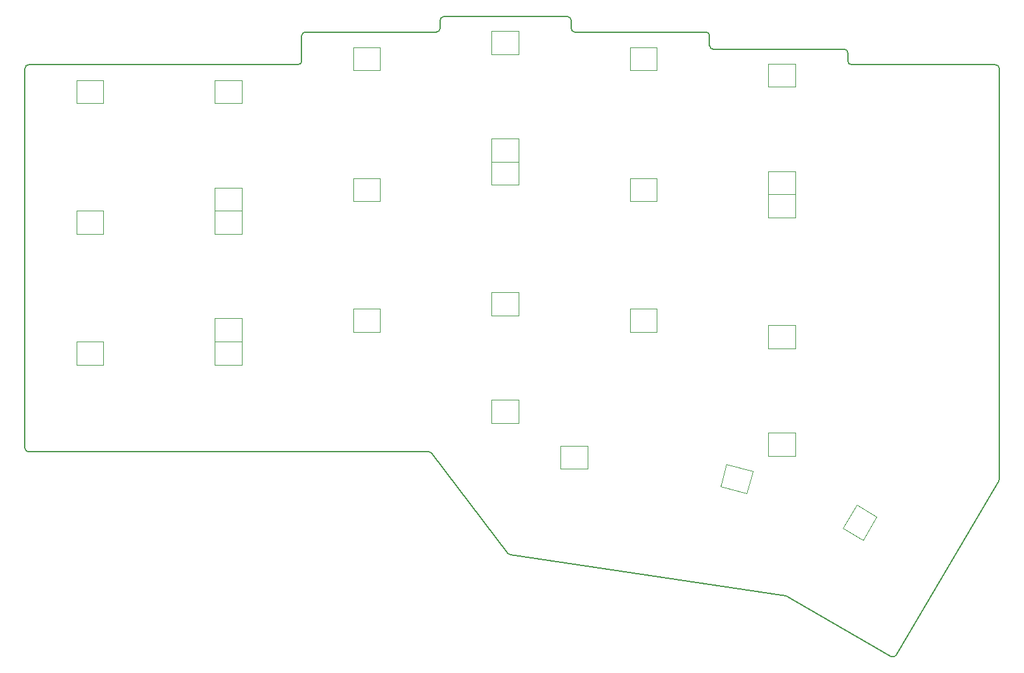
<source format=gm1>
G04 #@! TF.GenerationSoftware,KiCad,Pcbnew,8.0.8+1*
G04 #@! TF.CreationDate,2025-07-09T05:02:12+00:00*
G04 #@! TF.ProjectId,corney_island,636f726e-6579-45f6-9973-6c616e642e6b,0.2*
G04 #@! TF.SameCoordinates,Original*
G04 #@! TF.FileFunction,Profile,NP*
%FSLAX46Y46*%
G04 Gerber Fmt 4.6, Leading zero omitted, Abs format (unit mm)*
G04 Created by KiCad (PCBNEW 8.0.8+1) date 2025-07-09 05:02:12*
%MOMM*%
%LPD*%
G01*
G04 APERTURE LIST*
G04 #@! TA.AperFunction,Profile*
%ADD10C,0.150000*%
G04 #@! TD*
G04 #@! TA.AperFunction,Profile*
%ADD11C,0.120000*%
G04 #@! TD*
G04 APERTURE END LIST*
D10*
X91316981Y-108012450D02*
X91315019Y-57202506D01*
X91815006Y-56702486D02*
X127815014Y-56701514D01*
X128315000Y-56201514D02*
X128315000Y-52827500D01*
X128815000Y-52327500D02*
X146315000Y-52327500D01*
X146815000Y-51827500D02*
X146815000Y-50752500D01*
X147315000Y-50252500D02*
X163843000Y-50252500D01*
X164343000Y-50752500D02*
X164343000Y-51827500D01*
X164843000Y-52327500D02*
X182343000Y-52327500D01*
X182843000Y-52827500D02*
X182843000Y-54123122D01*
X183342878Y-54623122D02*
X200837063Y-54627377D01*
X201336905Y-55133401D02*
X201324097Y-56196476D01*
X221253000Y-112909096D02*
X207799933Y-135723804D01*
X207119235Y-135902849D02*
X193184927Y-127857872D01*
X193008466Y-127796322D02*
X156246981Y-122330034D01*
X155921790Y-122137157D02*
X145757574Y-108703349D01*
X145358774Y-108505034D02*
X91817050Y-108512431D01*
X201824060Y-56702500D02*
X221068000Y-56702500D01*
X221568000Y-57202500D02*
X221568000Y-112229525D01*
X221501013Y-112479525D02*
X221253000Y-112909096D01*
X91315019Y-57202506D02*
G75*
G02*
X91815006Y-56702519I499981J6D01*
G01*
X128315000Y-56201514D02*
G75*
G02*
X127815013Y-56701500I-500000J14D01*
G01*
X128315000Y-52827500D02*
G75*
G02*
X128815000Y-52327500I500000J0D01*
G01*
X146815000Y-51827500D02*
G75*
G02*
X146315000Y-52327500I-500000J0D01*
G01*
X146815000Y-50752500D02*
G75*
G02*
X147315000Y-50252500I500000J0D01*
G01*
X163843000Y-50252500D02*
G75*
G02*
X164343000Y-50752500I0J-500000D01*
G01*
X164843000Y-52327500D02*
G75*
G02*
X164343000Y-51827500I0J500000D01*
G01*
X182343000Y-52327500D02*
G75*
G02*
X182843000Y-52827500I0J-500000D01*
G01*
X183342878Y-54623122D02*
G75*
G02*
X182842978Y-54123122I122J500022D01*
G01*
X200837063Y-54627377D02*
G75*
G02*
X201336887Y-55133401I-163J-500023D01*
G01*
X201824060Y-56702500D02*
G75*
G02*
X201324136Y-56196476I40J500000D01*
G01*
X221068000Y-56702500D02*
G75*
G02*
X221568000Y-57202500I0J-500000D01*
G01*
X221568000Y-112229525D02*
G75*
G02*
X221501002Y-112479519I-500000J25D01*
G01*
X207799933Y-135723804D02*
G75*
G02*
X207119217Y-135902879I-430733J254004D01*
G01*
X193008466Y-127796322D02*
G75*
G02*
X193184923Y-127857878I-73566J-494578D01*
G01*
X156246981Y-122330034D02*
G75*
G02*
X155921788Y-122137158I73519J494534D01*
G01*
X145358774Y-108505034D02*
G75*
G02*
X145757536Y-108703378I26J-499966D01*
G01*
X91817050Y-108512431D02*
G75*
G02*
X91316969Y-108012450I-50J500031D01*
G01*
D11*
X98200000Y-93750000D02*
X101800000Y-93750000D01*
X101800000Y-96850000D01*
X98200000Y-96850000D01*
X98200000Y-93750000D01*
X98200000Y-76250000D02*
X101800000Y-76250000D01*
X101800000Y-79350000D01*
X98200000Y-79350000D01*
X98200000Y-76250000D01*
X98200000Y-58750000D02*
X101800000Y-58750000D01*
X101800000Y-61850000D01*
X98200000Y-61850000D01*
X98200000Y-58750000D01*
X116700000Y-93750000D02*
X120300000Y-93750000D01*
X120300000Y-96850000D01*
X116700000Y-96850000D01*
X116700000Y-93750000D01*
X116700000Y-76250000D02*
X120300000Y-76250000D01*
X120300000Y-79350000D01*
X116700000Y-79350000D01*
X116700000Y-76250000D01*
X116700000Y-58750000D02*
X120300000Y-58750000D01*
X120300000Y-61850000D01*
X116700000Y-61850000D01*
X116700000Y-58750000D01*
X135200000Y-89375000D02*
X138800000Y-89375000D01*
X138800000Y-92475000D01*
X135200000Y-92475000D01*
X135200000Y-89375000D01*
X135200000Y-71875000D02*
X138800000Y-71875000D01*
X138800000Y-74975000D01*
X135200000Y-74975000D01*
X135200000Y-71875000D01*
X135200000Y-54375000D02*
X138800000Y-54375000D01*
X138800000Y-57475000D01*
X135200000Y-57475000D01*
X135200000Y-54375000D01*
X153700000Y-87187500D02*
X157300000Y-87187500D01*
X157300000Y-90287500D01*
X153700000Y-90287500D01*
X153700000Y-87187500D01*
X153700000Y-69687500D02*
X157300000Y-69687500D01*
X157300000Y-72787500D01*
X153700000Y-72787500D01*
X153700000Y-69687500D01*
X153700000Y-52187500D02*
X157300000Y-52187500D01*
X157300000Y-55287500D01*
X153700000Y-55287500D01*
X153700000Y-52187500D01*
X172200000Y-89375000D02*
X175800000Y-89375000D01*
X175800000Y-92475000D01*
X172200000Y-92475000D01*
X172200000Y-89375000D01*
X172200000Y-71875000D02*
X175800000Y-71875000D01*
X175800000Y-74975000D01*
X172200000Y-74975000D01*
X172200000Y-71875000D01*
X172200000Y-54375000D02*
X175800000Y-54375000D01*
X175800000Y-57475000D01*
X172200000Y-57475000D01*
X172200000Y-54375000D01*
X190700000Y-91562500D02*
X194300000Y-91562500D01*
X194300000Y-94662500D01*
X190700000Y-94662500D01*
X190700000Y-91562500D01*
X190700000Y-74062500D02*
X194300000Y-74062500D01*
X194300000Y-77162500D01*
X190700000Y-77162500D01*
X190700000Y-74062500D01*
X190700000Y-56562500D02*
X194300000Y-56562500D01*
X194300000Y-59662500D01*
X190700000Y-59662500D01*
X190700000Y-56562500D01*
X162950000Y-107687500D02*
X166550000Y-107687500D01*
X166550000Y-110787500D01*
X162950000Y-110787500D01*
X162950000Y-107687500D01*
X188606286Y-111116338D02*
X187803947Y-114110708D01*
X184326614Y-113178960D01*
X185128953Y-110184590D01*
X188606286Y-111116338D01*
X205185863Y-117188402D02*
X203385863Y-120306094D01*
X200701185Y-118756094D01*
X202501185Y-115638402D01*
X205185863Y-117188402D01*
X194300000Y-74062500D02*
X190700000Y-74062500D01*
X190700000Y-70962500D01*
X194300000Y-70962500D01*
X194300000Y-74062500D01*
X157300000Y-69687500D02*
X153700000Y-69687500D01*
X153700000Y-66587500D01*
X157300000Y-66587500D01*
X157300000Y-69687500D01*
X120300000Y-76250000D02*
X116700000Y-76250000D01*
X116700000Y-73150000D01*
X120300000Y-73150000D01*
X120300000Y-76250000D01*
X120300000Y-93750000D02*
X116700000Y-93750000D01*
X116700000Y-90650000D01*
X120300000Y-90650000D01*
X120300000Y-93750000D01*
X157300000Y-104687500D02*
X153700000Y-104687500D01*
X153700000Y-101587500D01*
X157300000Y-101587500D01*
X157300000Y-104687500D01*
X194300000Y-109062500D02*
X190700000Y-109062500D01*
X190700000Y-105962500D01*
X194300000Y-105962500D01*
X194300000Y-109062500D01*
M02*

</source>
